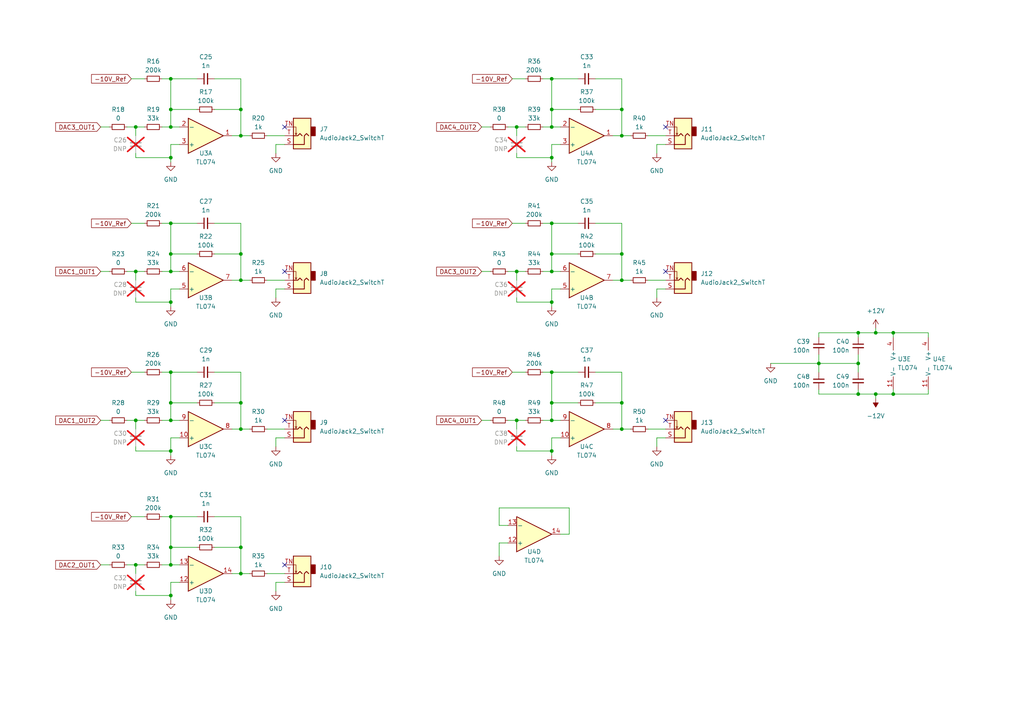
<source format=kicad_sch>
(kicad_sch (version 20230121) (generator eeschema)
  (paper "A4")
  (title_block (title "STM32 Analog Breakout") (date "2024-01-17") (rev "A"))
  (lib_symbols
    (symbol "Amplifier_Operational:TL074" (pin_names (offset 0.127))
      (property "Reference" "U" (at 0 5.08 0))
      (property "Value" "TL074" (at 0 -5.08 0))
      (symbol "TL074_1_1"
        (polyline (pts (xy -5.08 5.08) (xy 5.08 0) (xy -5.08 -5.08) (xy -5.08 5.08)) (stroke (width 0.254)) (fill (type background)))
        (pin output line (at 7.62 0 180) (length 2.54) (name "~") (number "1"))
        (pin input line (at -7.62 -2.54 0) (length 2.54) (name "-") (number "2"))
        (pin input line (at -7.62 2.54 0) (length 2.54) (name "+") (number "3"))
      )
      (symbol "TL074_2_1"
        (polyline (pts (xy -5.08 5.08) (xy 5.08 0) (xy -5.08 -5.08) (xy -5.08 5.08)) (stroke (width 0.254)) (fill (type background)))
        (pin input line (at -7.62 2.54 0) (length 2.54) (name "+") (number "5"))
        (pin input line (at -7.62 -2.54 0) (length 2.54) (name "-") (number "6"))
        (pin output line (at 7.62 0 180) (length 2.54) (name "~") (number "7"))
      )
      (symbol "TL074_3_1"
        (polyline (pts (xy -5.08 5.08) (xy 5.08 0) (xy -5.08 -5.08) (xy -5.08 5.08)) (stroke (width 0.254)) (fill (type background)))
        (pin input line (at -7.62 2.54 0) (length 2.54) (name "+") (number "10"))
        (pin output line (at 7.62 0 180) (length 2.54) (name "~") (number "8"))
        (pin input line (at -7.62 -2.54 0) (length 2.54) (name "-") (number "9"))
      )
      (symbol "TL074_4_1"
        (polyline (pts (xy -5.08 5.08) (xy 5.08 0) (xy -5.08 -5.08) (xy -5.08 5.08)) (stroke (width 0.254)) (fill (type background)))
        (pin input line (at -7.62 2.54 0) (length 2.54) (name "+") (number "12"))
        (pin input line (at -7.62 -2.54 0) (length 2.54) (name "-") (number "13"))
        (pin output line (at 7.62 0 180) (length 2.54) (name "~") (number "14"))
      )
      (symbol "TL074_5_1"
        (pin power_in line (at -2.54 -7.62 90) (length 3.81) (name "V-") (number "11"))
        (pin power_in line (at -2.54 7.62 270) (length 3.81) (name "V+") (number "4"))
      )
    )
    (symbol "Connector_Audio:AudioJack2_SwitchT"
      (property "Reference" "J" (at 0 8.89 0))
      (property "Value" "AudioJack2_SwitchT" (at 0 6.35 0))
      (symbol "AudioJack2_SwitchT_0_1"
        (rectangle (start -2.54 0) (end -3.81 -2.54) (stroke (width 0.254)) (fill (type outline)))
        (polyline (pts (xy 1.778 -0.254) (xy 2.032 -0.762)))
        (polyline (pts (xy 0 0) (xy 0.635 -0.635) (xy 1.27 0) (xy 2.54 0)) (stroke (width 0.254)))
        (polyline (pts (xy 2.54 -2.54) (xy 1.778 -2.54) (xy 1.778 -0.254) (xy 1.524 -0.762)))
        (polyline (pts (xy 2.54 2.54) (xy -0.635 2.54) (xy -0.635 0) (xy -1.27 -0.635) (xy -1.905 0)) (stroke (width 0.254)))
        (rectangle (start 2.54 3.81) (end -2.54 -5.08) (stroke (width 0.254)) (fill (type background)))
      )
      (symbol "AudioJack2_SwitchT_1_1"
        (pin passive line (at 5.08 2.54 180) (length 2.54) (name "~") (number "S"))
        (pin passive line (at 5.08 0 180) (length 2.54) (name "~") (number "T"))
        (pin passive line (at 5.08 -2.54 180) (length 2.54) (name "~") (number "TN"))
      )
    )
    (symbol "Device:C_Small" (pin_numbers hide) (pin_names (offset 0.254) hide)
      (property "Reference" "C" (at 0.254 1.778 0))
      (property "Value" "C_Small" (at 0.254 -2.032 0))
      (symbol "C_Small_0_1"
        (polyline (pts (xy -1.524 -0.508) (xy 1.524 -0.508)) (stroke (width 0.3302)))
        (polyline (pts (xy -1.524 0.508) (xy 1.524 0.508)) (stroke (width 0.3048)))
      )
      (symbol "C_Small_1_1"
        (pin passive line (at 0 2.54 270) (length 2.032) (name "~") (number "1"))
        (pin passive line (at 0 -2.54 90) (length 2.032) (name "~") (number "2"))
      )
    )
    (symbol "Device:R_Small" (pin_numbers hide) (pin_names (offset 0.254) hide)
      (property "Reference" "R" (at 0.762 0.508 0))
      (property "Value" "R_Small" (at 0.762 -1.016 0))
      (symbol "R_Small_0_1"
        (rectangle (start -0.762 1.778) (end 0.762 -1.778) (stroke (width 0.2032)))
      )
      (symbol "R_Small_1_1"
        (pin passive line (at 0 2.54 270) (length 0.762) (name "~") (number "1"))
        (pin passive line (at 0 -2.54 90) (length 0.762) (name "~") (number "2"))
      )
    )
    (symbol "power:+12V" (power) (pin_names (offset 0))
      (property "Value" "+12V" (at 0 3.556 0))
      (symbol "+12V_0_1"
        (polyline (pts (xy -0.762 1.27) (xy 0 2.54)))
        (polyline (pts (xy 0 0) (xy 0 2.54)))
        (polyline (pts (xy 0 2.54) (xy 0.762 1.27)))
      )
      (symbol "+12V_1_1"
        (pin power_in line (at 0 0 90) (length 0) hide (name "+12V") (number "1"))
      )
    )
    (symbol "power:-12V" (power) (pin_names (offset 0))
      (property "Value" "-12V" (at 0 3.81 0))
      (symbol "-12V_0_0"
        (pin power_in line (at 0 0 90) (length 0) hide (name "-12V") (number "1"))
      )
      (symbol "-12V_0_1"
        (polyline (pts (xy 0 0) (xy 0 1.27) (xy 0.762 1.27) (xy 0 2.54) (xy -0.762 1.27) (xy 0 1.27)) (fill (type outline)))
      )
    )
    (symbol "power:GND" (power) (pin_names (offset 0))
      (property "Value" "GND" (at 0 -3.81 0))
      (symbol "GND_0_1"
        (polyline (pts (xy 0 0) (xy 0 -1.27) (xy 1.27 -1.27) (xy 0 -2.54) (xy -1.27 -1.27) (xy 0 -1.27)))
      )
      (symbol "GND_1_1"
        (pin power_in line (at 0 0 270) (length 0) hide (name "GND") (number "1"))
      )
    )
  )
  (junction (at 49.53 121.92))
  (junction (at 69.85 166.37))
  (junction (at 180.34 81.28))
  (junction (at 49.53 172.72))
  (junction (at 160.02 87.63))
  (junction (at 49.53 36.83))
  (junction (at 248.92 114.3))
  (junction (at 149.86 121.92))
  (junction (at 254 114.3))
  (junction (at 49.53 107.95))
  (junction (at 49.53 87.63))
  (junction (at 69.85 116.84))
  (junction (at 160.02 64.77))
  (junction (at 248.92 105.41))
  (junction (at 49.53 64.77))
  (junction (at 180.34 124.46))
  (junction (at 49.53 158.75))
  (junction (at 160.02 121.92))
  (junction (at 259.08 96.52))
  (junction (at 180.34 39.37))
  (junction (at 69.85 158.75))
  (junction (at 160.02 31.75))
  (junction (at 248.92 96.52))
  (junction (at 49.53 73.66))
  (junction (at 160.02 45.72))
  (junction (at 49.53 78.74))
  (junction (at 259.08 114.3))
  (junction (at 49.53 149.86))
  (junction (at 39.37 163.83))
  (junction (at 180.34 116.84))
  (junction (at 39.37 121.92))
  (junction (at 180.34 31.75))
  (junction (at 160.02 78.74))
  (junction (at 39.37 78.74))
  (junction (at 149.86 36.83))
  (junction (at 237.49 105.41))
  (junction (at 149.86 78.74))
  (junction (at 39.37 36.83))
  (junction (at 69.85 39.37))
  (junction (at 160.02 22.86))
  (junction (at 69.85 124.46))
  (junction (at 69.85 73.66))
  (junction (at 49.53 116.84))
  (junction (at 160.02 36.83))
  (junction (at 160.02 73.66))
  (junction (at 254 96.52))
  (junction (at 180.34 73.66))
  (junction (at 160.02 107.95))
  (junction (at 49.53 45.72))
  (junction (at 160.02 116.84))
  (junction (at 49.53 22.86))
  (junction (at 160.02 130.81))
  (junction (at 49.53 163.83))
  (junction (at 49.53 31.75))
  (junction (at 69.85 81.28))
  (junction (at 49.53 130.81))
  (junction (at 69.85 31.75))
  (no_connect (at 82.55 78.74))
  (no_connect (at 193.04 36.83))
  (no_connect (at 82.55 163.83))
  (no_connect (at 193.04 78.74))
  (no_connect (at 82.55 36.83))
  (no_connect (at 82.55 121.92))
  (no_connect (at 193.04 121.92))
  (wire (pts (xy 36.83 163.83) (xy 39.37 163.83)))
  (wire (pts (xy 39.37 130.81) (xy 49.53 130.81)))
  (wire (pts (xy 36.83 36.83) (xy 39.37 36.83)))
  (wire (pts (xy 149.86 87.63) (xy 160.02 87.63)))
  (wire (pts (xy 57.15 149.86) (xy 49.53 149.86)))
  (wire (pts (xy 49.53 107.95) (xy 49.53 116.84)))
  (wire (pts (xy 269.24 97.79) (xy 269.24 96.52)))
  (wire (pts (xy 172.72 107.95) (xy 180.34 107.95)))
  (wire (pts (xy 57.15 22.86) (xy 49.53 22.86)))
  (wire (pts (xy 147.32 157.48) (xy 144.78 157.48)))
  (wire (pts (xy 49.53 116.84) (xy 49.53 121.92)))
  (wire (pts (xy 254 95.25) (xy 254 96.52)))
  (wire (pts (xy 69.85 166.37) (xy 67.31 166.37)))
  (wire (pts (xy 237.49 97.79) (xy 237.49 96.52)))
  (wire (pts (xy 39.37 130.81) (xy 39.37 129.54)))
  (wire (pts (xy 46.99 64.77) (xy 49.53 64.77)))
  (wire (pts (xy 149.86 121.92) (xy 149.86 124.46)))
  (wire (pts (xy 49.53 83.82) (xy 49.53 87.63)))
  (wire (pts (xy 62.23 158.75) (xy 69.85 158.75)))
  (wire (pts (xy 269.24 114.3) (xy 259.08 114.3)))
  (wire (pts (xy 160.02 41.91) (xy 162.56 41.91)))
  (wire (pts (xy 248.92 113.03) (xy 248.92 114.3)))
  (wire (pts (xy 269.24 113.03) (xy 269.24 114.3)))
  (wire (pts (xy 62.23 149.86) (xy 69.85 149.86)))
  (wire (pts (xy 39.37 87.63) (xy 39.37 86.36)))
  (wire (pts (xy 187.96 39.37) (xy 193.04 39.37)))
  (wire (pts (xy 46.99 78.74) (xy 49.53 78.74)))
  (wire (pts (xy 69.85 39.37) (xy 72.39 39.37)))
  (wire (pts (xy 180.34 116.84) (xy 180.34 124.46)))
  (wire (pts (xy 38.1 149.86) (xy 41.91 149.86)))
  (wire (pts (xy 237.49 105.41) (xy 248.92 105.41)))
  (wire (pts (xy 167.64 22.86) (xy 160.02 22.86)))
  (wire (pts (xy 39.37 78.74) (xy 39.37 81.28)))
  (wire (pts (xy 160.02 36.83) (xy 162.56 36.83)))
  (wire (pts (xy 148.59 64.77) (xy 152.4 64.77)))
  (wire (pts (xy 36.83 78.74) (xy 39.37 78.74)))
  (wire (pts (xy 147.32 36.83) (xy 149.86 36.83)))
  (wire (pts (xy 157.48 121.92) (xy 160.02 121.92)))
  (wire (pts (xy 49.53 78.74) (xy 52.07 78.74)))
  (wire (pts (xy 160.02 78.74) (xy 162.56 78.74)))
  (wire (pts (xy 160.02 88.9) (xy 160.02 87.63)))
  (wire (pts (xy 49.53 163.83) (xy 52.07 163.83)))
  (wire (pts (xy 147.32 152.4) (xy 144.78 152.4)))
  (wire (pts (xy 69.85 158.75) (xy 69.85 166.37)))
  (wire (pts (xy 149.86 78.74) (xy 152.4 78.74)))
  (wire (pts (xy 160.02 83.82) (xy 162.56 83.82)))
  (wire (pts (xy 180.34 124.46) (xy 182.88 124.46)))
  (wire (pts (xy 39.37 121.92) (xy 39.37 124.46)))
  (wire (pts (xy 190.5 127) (xy 190.5 129.54)))
  (wire (pts (xy 49.53 168.91) (xy 52.07 168.91)))
  (wire (pts (xy 80.01 83.82) (xy 80.01 86.36)))
  (wire (pts (xy 180.34 73.66) (xy 180.34 81.28)))
  (wire (pts (xy 248.92 105.41) (xy 248.92 107.95)))
  (wire (pts (xy 139.7 121.92) (xy 142.24 121.92)))
  (wire (pts (xy 160.02 127) (xy 160.02 130.81)))
  (wire (pts (xy 248.92 96.52) (xy 254 96.52)))
  (wire (pts (xy 149.86 87.63) (xy 149.86 86.36)))
  (wire (pts (xy 144.78 152.4) (xy 144.78 147.32)))
  (wire (pts (xy 187.96 124.46) (xy 193.04 124.46)))
  (wire (pts (xy 149.86 36.83) (xy 149.86 39.37)))
  (wire (pts (xy 69.85 107.95) (xy 69.85 116.84)))
  (wire (pts (xy 46.99 121.92) (xy 49.53 121.92)))
  (wire (pts (xy 69.85 31.75) (xy 69.85 39.37)))
  (wire (pts (xy 82.55 127) (xy 80.01 127)))
  (wire (pts (xy 39.37 163.83) (xy 41.91 163.83)))
  (wire (pts (xy 180.34 107.95) (xy 180.34 116.84)))
  (wire (pts (xy 149.86 121.92) (xy 152.4 121.92)))
  (wire (pts (xy 82.55 168.91) (xy 80.01 168.91)))
  (wire (pts (xy 172.72 22.86) (xy 180.34 22.86)))
  (wire (pts (xy 160.02 41.91) (xy 160.02 45.72)))
  (wire (pts (xy 160.02 73.66) (xy 160.02 78.74)))
  (wire (pts (xy 39.37 163.83) (xy 39.37 166.37)))
  (wire (pts (xy 57.15 158.75) (xy 49.53 158.75)))
  (wire (pts (xy 149.86 78.74) (xy 149.86 81.28)))
  (wire (pts (xy 144.78 157.48) (xy 144.78 161.29)))
  (wire (pts (xy 172.72 31.75) (xy 180.34 31.75)))
  (wire (pts (xy 49.53 127) (xy 52.07 127)))
  (wire (pts (xy 180.34 81.28) (xy 182.88 81.28)))
  (wire (pts (xy 190.5 83.82) (xy 190.5 86.36)))
  (wire (pts (xy 46.99 36.83) (xy 49.53 36.83)))
  (wire (pts (xy 157.48 64.77) (xy 160.02 64.77)))
  (wire (pts (xy 69.85 116.84) (xy 69.85 124.46)))
  (wire (pts (xy 160.02 121.92) (xy 162.56 121.92)))
  (wire (pts (xy 149.86 130.81) (xy 160.02 130.81)))
  (wire (pts (xy 160.02 83.82) (xy 160.02 87.63)))
  (wire (pts (xy 49.53 31.75) (xy 49.53 36.83)))
  (wire (pts (xy 46.99 163.83) (xy 49.53 163.83)))
  (wire (pts (xy 77.47 166.37) (xy 82.55 166.37)))
  (wire (pts (xy 62.23 73.66) (xy 69.85 73.66)))
  (wire (pts (xy 148.59 107.95) (xy 152.4 107.95)))
  (wire (pts (xy 193.04 83.82) (xy 190.5 83.82)))
  (wire (pts (xy 29.21 121.92) (xy 31.75 121.92)))
  (wire (pts (xy 29.21 78.74) (xy 31.75 78.74)))
  (wire (pts (xy 39.37 78.74) (xy 41.91 78.74)))
  (wire (pts (xy 69.85 124.46) (xy 72.39 124.46)))
  (wire (pts (xy 49.53 88.9) (xy 49.53 87.63)))
  (wire (pts (xy 187.96 81.28) (xy 193.04 81.28)))
  (wire (pts (xy 193.04 41.91) (xy 190.5 41.91)))
  (wire (pts (xy 237.49 96.52) (xy 248.92 96.52)))
  (wire (pts (xy 38.1 107.95) (xy 41.91 107.95)))
  (wire (pts (xy 237.49 105.41) (xy 237.49 107.95)))
  (wire (pts (xy 82.55 41.91) (xy 80.01 41.91)))
  (wire (pts (xy 160.02 64.77) (xy 160.02 73.66)))
  (wire (pts (xy 39.37 87.63) (xy 49.53 87.63)))
  (wire (pts (xy 167.64 64.77) (xy 160.02 64.77)))
  (wire (pts (xy 180.34 22.86) (xy 180.34 31.75)))
  (wire (pts (xy 165.1 154.94) (xy 162.56 154.94)))
  (wire (pts (xy 57.15 31.75) (xy 49.53 31.75)))
  (wire (pts (xy 49.53 64.77) (xy 49.53 73.66)))
  (wire (pts (xy 39.37 45.72) (xy 49.53 45.72)))
  (wire (pts (xy 80.01 41.91) (xy 80.01 44.45)))
  (wire (pts (xy 69.85 81.28) (xy 72.39 81.28)))
  (wire (pts (xy 49.53 83.82) (xy 52.07 83.82)))
  (wire (pts (xy 49.53 73.66) (xy 49.53 78.74)))
  (wire (pts (xy 62.23 116.84) (xy 69.85 116.84)))
  (wire (pts (xy 39.37 121.92) (xy 41.91 121.92)))
  (wire (pts (xy 147.32 78.74) (xy 149.86 78.74)))
  (wire (pts (xy 80.01 127) (xy 80.01 129.54)))
  (wire (pts (xy 254 114.3) (xy 254 115.57)))
  (wire (pts (xy 237.49 114.3) (xy 248.92 114.3)))
  (wire (pts (xy 190.5 41.91) (xy 190.5 44.45)))
  (wire (pts (xy 38.1 64.77) (xy 41.91 64.77)))
  (wire (pts (xy 157.48 36.83) (xy 160.02 36.83)))
  (wire (pts (xy 149.86 130.81) (xy 149.86 129.54)))
  (wire (pts (xy 39.37 172.72) (xy 49.53 172.72)))
  (wire (pts (xy 237.49 113.03) (xy 237.49 114.3)))
  (wire (pts (xy 172.72 73.66) (xy 180.34 73.66)))
  (wire (pts (xy 46.99 107.95) (xy 49.53 107.95)))
  (wire (pts (xy 167.64 73.66) (xy 160.02 73.66)))
  (wire (pts (xy 160.02 107.95) (xy 160.02 116.84)))
  (wire (pts (xy 62.23 22.86) (xy 69.85 22.86)))
  (wire (pts (xy 69.85 39.37) (xy 67.31 39.37)))
  (wire (pts (xy 49.53 121.92) (xy 52.07 121.92)))
  (wire (pts (xy 180.34 39.37) (xy 177.8 39.37)))
  (wire (pts (xy 49.53 132.08) (xy 49.53 130.81)))
  (wire (pts (xy 57.15 73.66) (xy 49.53 73.66)))
  (wire (pts (xy 157.48 22.86) (xy 160.02 22.86)))
  (wire (pts (xy 248.92 102.87) (xy 248.92 105.41)))
  (wire (pts (xy 49.53 149.86) (xy 49.53 158.75)))
  (wire (pts (xy 69.85 149.86) (xy 69.85 158.75)))
  (wire (pts (xy 160.02 31.75) (xy 160.02 36.83)))
  (wire (pts (xy 49.53 46.99) (xy 49.53 45.72)))
  (wire (pts (xy 254 114.3) (xy 259.08 114.3)))
  (wire (pts (xy 49.53 22.86) (xy 49.53 31.75)))
  (wire (pts (xy 180.34 124.46) (xy 177.8 124.46)))
  (wire (pts (xy 46.99 149.86) (xy 49.53 149.86)))
  (wire (pts (xy 62.23 64.77) (xy 69.85 64.77)))
  (wire (pts (xy 77.47 124.46) (xy 82.55 124.46)))
  (wire (pts (xy 269.24 96.52) (xy 259.08 96.52)))
  (wire (pts (xy 29.21 36.83) (xy 31.75 36.83)))
  (wire (pts (xy 39.37 36.83) (xy 39.37 39.37)))
  (wire (pts (xy 49.53 168.91) (xy 49.53 172.72)))
  (wire (pts (xy 180.34 31.75) (xy 180.34 39.37)))
  (wire (pts (xy 77.47 81.28) (xy 82.55 81.28)))
  (wire (pts (xy 149.86 36.83) (xy 152.4 36.83)))
  (wire (pts (xy 36.83 121.92) (xy 39.37 121.92)))
  (wire (pts (xy 69.85 124.46) (xy 67.31 124.46)))
  (wire (pts (xy 172.72 116.84) (xy 180.34 116.84)))
  (wire (pts (xy 180.34 81.28) (xy 177.8 81.28)))
  (wire (pts (xy 139.7 36.83) (xy 142.24 36.83)))
  (wire (pts (xy 160.02 22.86) (xy 160.02 31.75)))
  (wire (pts (xy 69.85 64.77) (xy 69.85 73.66)))
  (wire (pts (xy 180.34 39.37) (xy 182.88 39.37)))
  (wire (pts (xy 259.08 96.52) (xy 259.08 97.79)))
  (wire (pts (xy 147.32 121.92) (xy 149.86 121.92)))
  (wire (pts (xy 80.01 168.91) (xy 80.01 171.45)))
  (wire (pts (xy 237.49 102.87) (xy 237.49 105.41)))
  (wire (pts (xy 29.21 163.83) (xy 31.75 163.83)))
  (wire (pts (xy 139.7 78.74) (xy 142.24 78.74)))
  (wire (pts (xy 167.64 116.84) (xy 160.02 116.84)))
  (wire (pts (xy 62.23 107.95) (xy 69.85 107.95)))
  (wire (pts (xy 172.72 64.77) (xy 180.34 64.77)))
  (wire (pts (xy 160.02 46.99) (xy 160.02 45.72)))
  (wire (pts (xy 69.85 166.37) (xy 72.39 166.37)))
  (wire (pts (xy 248.92 97.79) (xy 248.92 96.52)))
  (wire (pts (xy 167.64 107.95) (xy 160.02 107.95)))
  (wire (pts (xy 39.37 45.72) (xy 39.37 44.45)))
  (wire (pts (xy 49.53 41.91) (xy 49.53 45.72)))
  (wire (pts (xy 157.48 78.74) (xy 160.02 78.74)))
  (wire (pts (xy 57.15 116.84) (xy 49.53 116.84)))
  (wire (pts (xy 49.53 127) (xy 49.53 130.81)))
  (wire (pts (xy 148.59 22.86) (xy 152.4 22.86)))
  (wire (pts (xy 223.52 105.41) (xy 237.49 105.41)))
  (wire (pts (xy 69.85 73.66) (xy 69.85 81.28)))
  (wire (pts (xy 49.53 173.99) (xy 49.53 172.72)))
  (wire (pts (xy 165.1 147.32) (xy 165.1 154.94)))
  (wire (pts (xy 39.37 172.72) (xy 39.37 171.45)))
  (wire (pts (xy 254 96.52) (xy 259.08 96.52)))
  (wire (pts (xy 69.85 22.86) (xy 69.85 31.75)))
  (wire (pts (xy 160.02 132.08) (xy 160.02 130.81)))
  (wire (pts (xy 82.55 83.82) (xy 80.01 83.82)))
  (wire (pts (xy 69.85 81.28) (xy 67.31 81.28)))
  (wire (pts (xy 193.04 127) (xy 190.5 127)))
  (wire (pts (xy 39.37 36.83) (xy 41.91 36.83)))
  (wire (pts (xy 62.23 31.75) (xy 69.85 31.75)))
  (wire (pts (xy 248.92 114.3) (xy 254 114.3)))
  (wire (pts (xy 49.53 36.83) (xy 52.07 36.83)))
  (wire (pts (xy 157.48 107.95) (xy 160.02 107.95)))
  (wire (pts (xy 57.15 64.77) (xy 49.53 64.77)))
  (wire (pts (xy 149.86 45.72) (xy 160.02 45.72)))
  (wire (pts (xy 180.34 64.77) (xy 180.34 73.66)))
  (wire (pts (xy 149.86 45.72) (xy 149.86 44.45)))
  (wire (pts (xy 144.78 147.32) (xy 165.1 147.32)))
  (wire (pts (xy 167.64 31.75) (xy 160.02 31.75)))
  (wire (pts (xy 259.08 113.03) (xy 259.08 114.3)))
  (wire (pts (xy 160.02 116.84) (xy 160.02 121.92)))
  (wire (pts (xy 49.53 41.91) (xy 52.07 41.91)))
  (wire (pts (xy 38.1 22.86) (xy 41.91 22.86)))
  (wire (pts (xy 46.99 22.86) (xy 49.53 22.86)))
  (wire (pts (xy 49.53 158.75) (xy 49.53 163.83)))
  (wire (pts (xy 77.47 39.37) (xy 82.55 39.37)))
  (wire (pts (xy 160.02 127) (xy 162.56 127)))
  (wire (pts (xy 57.15 107.95) (xy 49.53 107.95)))
  (global_label "-10V_Ref" (shape input) (at 148.59 107.95 180) (property "Intersheetrefs" "${INTERSHEET_REFS}" (effects hide)))
  (global_label "DAC1_OUT2" (shape input) (at 29.21 121.92 180) (property "Intersheetrefs" "${INTERSHEET_REFS}" (effects hide)))
  (global_label "-10V_Ref" (shape input) (at 38.1 64.77 180) (property "Intersheetrefs" "${INTERSHEET_REFS}" (effects hide)))
  (global_label "DAC4_OUT1" (shape input) (at 139.7 121.92 180) (property "Intersheetrefs" "${INTERSHEET_REFS}" (effects hide)))
  (global_label "DAC1_OUT1" (shape input) (at 29.21 78.74 180) (property "Intersheetrefs" "${INTERSHEET_REFS}" (effects hide)))
  (global_label "DAC4_OUT2" (shape input) (at 139.7 36.83 180) (property "Intersheetrefs" "${INTERSHEET_REFS}" (effects hide)))
  (global_label "DAC3_OUT2" (shape input) (at 139.7 78.74 180) (property "Intersheetrefs" "${INTERSHEET_REFS}" (effects hide)))
  (global_label "-10V_Ref" (shape input) (at 38.1 149.86 180) (property "Intersheetrefs" "${INTERSHEET_REFS}" (effects hide)))
  (global_label "-10V_Ref" (shape input) (at 38.1 22.86 180) (property "Intersheetrefs" "${INTERSHEET_REFS}" (effects hide)))
  (global_label "DAC3_OUT1" (shape input) (at 29.21 36.83 180) (property "Intersheetrefs" "${INTERSHEET_REFS}" (effects hide)))
  (global_label "-10V_Ref" (shape input) (at 148.59 64.77 180) (property "Intersheetrefs" "${INTERSHEET_REFS}" (effects hide)))
  (global_label "-10V_Ref" (shape input) (at 38.1 107.95 180) (property "Intersheetrefs" "${INTERSHEET_REFS}" (effects hide)))
  (global_label "DAC2_OUT1" (shape input) (at 29.21 163.83 180) (property "Intersheetrefs" "${INTERSHEET_REFS}" (effects hide)))
  (global_label "-10V_Ref" (shape input) (at 148.59 22.86 180) (property "Intersheetrefs" "${INTERSHEET_REFS}" (effects hide)))
  (symbol (lib_id "Device:R_Small") (at 34.29 163.83 270) (mirror x) (unit 1)
    (property "Reference" "R33" (at 34.29 158.75 90))
    (property "Value" "0" (at 34.29 161.29 90))
    (property "Footprint" "Resistor_SMD:R_0805_2012Metric_Pad1.20x1.40mm_HandSolder" (effects hide))
  )
  (symbol (lib_id "power:GND") (at 190.5 44.45 0) (mirror y) (unit 1)
    (property "Reference" "#PWR0162" (effects hide))
    (property "Value" "GND" (at 190.5 49.53 0))
  )
  (symbol (lib_id "Device:R_Small") (at 44.45 149.86 270) (mirror x) (unit 1)
    (property "Reference" "R31" (at 44.45 144.78 90))
    (property "Value" "200k" (at 44.45 147.32 90))
    (property "Footprint" "Resistor_SMD:R_0805_2012Metric_Pad1.20x1.40mm_HandSolder" (effects hide))
  )
  (symbol (lib_id "Device:R_Small") (at 154.94 36.83 270) (mirror x) (unit 1)
    (property "Reference" "R39" (at 154.94 31.75 90))
    (property "Value" "33k" (at 154.94 34.29 90))
    (property "Footprint" "Resistor_SMD:R_0805_2012Metric_Pad1.20x1.40mm_HandSolder" (effects hide))
  )
  (symbol (lib_id "Amplifier_Operational:TL074") (at 170.18 124.46 0) (mirror x) (unit 3)
    (property "Reference" "U4" (at 170.18 129.54 0))
    (property "Value" "TL074" (at 170.18 132.08 0))
    (property "Footprint" "Package_SO:SOIC-14_3.9x8.7mm_P1.27mm" (effects hide))
    (property "Datasheet" "http://www.ti.com/lit/ds/symlink/tl071.pdf" (effects hide))
  )
  (symbol (lib_id "Device:C_Small") (at 39.37 168.91 0) (mirror x) (unit 1) (dnp yes)
    (property "Reference" "C32" (at 36.83 167.6336 0) (effects (justify right)))
    (property "Value" "DNP" (at 36.83 170.1736 0) (effects (justify right)))
    (property "Footprint" "Capacitor_SMD:C_0805_2012Metric_Pad1.18x1.45mm_HandSolder" (effects hide))
  )
  (symbol (lib_id "Device:C_Small") (at 237.49 100.33 0) (mirror y) (unit 1)
    (property "Reference" "C39" (at 234.95 99.0663 0) (effects (justify left)))
    (property "Value" "100n" (at 234.95 101.6063 0) (effects (justify left)))
    (property "Footprint" "Capacitor_SMD:C_0805_2012Metric_Pad1.18x1.45mm_HandSolder" (effects hide))
  )
  (symbol (lib_id "Device:R_Small") (at 44.45 107.95 270) (mirror x) (unit 1)
    (property "Reference" "R26" (at 44.45 102.87 90))
    (property "Value" "200k" (at 44.45 105.41 90))
    (property "Footprint" "Resistor_SMD:R_0805_2012Metric_Pad1.20x1.40mm_HandSolder" (effects hide))
  )
  (symbol (lib_id "Device:R_Small") (at 44.45 36.83 270) (mirror x) (unit 1)
    (property "Reference" "R19" (at 44.45 31.75 90))
    (property "Value" "33k" (at 44.45 34.29 90))
    (property "Footprint" "Resistor_SMD:R_0805_2012Metric_Pad1.20x1.40mm_HandSolder" (effects hide))
  )
  (symbol (lib_id "Connector_Audio:AudioJack2_SwitchT") (at 87.63 166.37 180) (unit 1)
    (property "Reference" "J10" (at 92.71 164.465 0) (effects (justify right)))
    (property "Value" "AudioJack2_SwitchT" (at 92.71 167.005 0) (effects (justify right)))
    (property "Footprint" "davidstalnaker:Jack_3.5mm_Thonkiconn_Tight" (effects hide))
  )
  (symbol (lib_id "Device:R_Small") (at 154.94 121.92 270) (mirror x) (unit 1)
    (property "Reference" "R49" (at 154.94 116.84 90))
    (property "Value" "33k" (at 154.94 119.38 90))
    (property "Footprint" "Resistor_SMD:R_0805_2012Metric_Pad1.20x1.40mm_HandSolder" (effects hide))
  )
  (symbol (lib_id "Connector_Audio:AudioJack2_SwitchT") (at 87.63 39.37 180) (unit 1)
    (property "Reference" "J7" (at 92.71 37.465 0) (effects (justify right)))
    (property "Value" "AudioJack2_SwitchT" (at 92.71 40.005 0) (effects (justify right)))
    (property "Footprint" "davidstalnaker:Jack_3.5mm_Thonkiconn_Tight" (effects hide))
  )
  (symbol (lib_id "Amplifier_Operational:TL074") (at 59.69 81.28 0) (mirror x) (unit 2)
    (property "Reference" "U3" (at 59.69 86.36 0))
    (property "Value" "TL074" (at 59.69 88.9 0))
    (property "Footprint" "Package_SO:SOIC-14_3.9x8.7mm_P1.27mm" (effects hide))
    (property "Datasheet" "http://www.ti.com/lit/ds/symlink/tl071.pdf" (effects hide))
  )
  (symbol (lib_id "Device:R_Small") (at 34.29 121.92 270) (mirror x) (unit 1)
    (property "Reference" "R28" (at 34.29 116.84 90))
    (property "Value" "0" (at 34.29 119.38 90))
    (property "Footprint" "Resistor_SMD:R_0805_2012Metric_Pad1.20x1.40mm_HandSolder" (effects hide))
  )
  (symbol (lib_id "Device:C_Small") (at 59.69 22.86 90) (unit 1)
    (property "Reference" "C25" (at 59.6963 16.51 90))
    (property "Value" "1n" (at 59.6963 19.05 90))
    (property "Footprint" "Capacitor_SMD:C_0805_2012Metric_Pad1.18x1.45mm_HandSolder" (effects hide))
  )
  (symbol (lib_id "power:GND") (at 223.52 105.41 0) (unit 1)
    (property "Reference" "#PWR03" (effects hide))
    (property "Value" "GND" (at 223.52 110.49 0))
  )
  (symbol (lib_id "Device:R_Small") (at 74.93 166.37 270) (mirror x) (unit 1)
    (property "Reference" "R35" (at 74.93 161.29 90))
    (property "Value" "1k" (at 74.93 163.83 90))
    (property "Footprint" "Resistor_SMD:R_0805_2012Metric_Pad1.20x1.40mm_HandSolder" (effects hide))
  )
  (symbol (lib_id "Connector_Audio:AudioJack2_SwitchT") (at 87.63 124.46 180) (unit 1)
    (property "Reference" "J9" (at 92.71 122.555 0) (effects (justify right)))
    (property "Value" "AudioJack2_SwitchT" (at 92.71 125.095 0) (effects (justify right)))
    (property "Footprint" "davidstalnaker:Jack_3.5mm_Thonkiconn_Tight" (effects hide))
  )
  (symbol (lib_id "Device:R_Small") (at 170.18 31.75 270) (mirror x) (unit 1)
    (property "Reference" "R37" (at 170.18 26.67 90))
    (property "Value" "100k" (at 170.18 29.21 90))
    (property "Footprint" "Resistor_SMD:R_0805_2012Metric_Pad1.20x1.40mm_HandSolder" (effects hide))
  )
  (symbol (lib_id "power:GND") (at 190.5 129.54 0) (mirror y) (unit 1)
    (property "Reference" "#PWR0174" (effects hide))
    (property "Value" "GND" (at 190.5 134.62 0))
  )
  (symbol (lib_id "Device:C_Small") (at 237.49 110.49 0) (mirror y) (unit 1)
    (property "Reference" "C48" (at 234.95 109.2263 0) (effects (justify left)))
    (property "Value" "100n" (at 234.95 111.7663 0) (effects (justify left)))
    (property "Footprint" "Capacitor_SMD:C_0805_2012Metric_Pad1.18x1.45mm_HandSolder" (effects hide))
  )
  (symbol (lib_id "power:GND") (at 80.01 171.45 0) (mirror y) (unit 1)
    (property "Reference" "#PWR0160" (effects hide))
    (property "Value" "GND" (at 80.01 176.53 0))
  )
  (symbol (lib_id "Device:R_Small") (at 154.94 22.86 270) (mirror x) (unit 1)
    (property "Reference" "R36" (at 154.94 17.78 90))
    (property "Value" "200k" (at 154.94 20.32 90))
    (property "Footprint" "Resistor_SMD:R_0805_2012Metric_Pad1.20x1.40mm_HandSolder" (effects hide))
  )
  (symbol (lib_id "power:GND") (at 160.02 46.99 0) (mirror y) (unit 1)
    (property "Reference" "#PWR0164" (effects hide))
    (property "Value" "GND" (at 160.02 52.07 0))
  )
  (symbol (lib_id "Amplifier_Operational:TL074") (at 59.69 166.37 0) (mirror x) (unit 4)
    (property "Reference" "U3" (at 59.69 171.45 0))
    (property "Value" "TL074" (at 59.69 173.99 0))
    (property "Footprint" "Package_SO:SOIC-14_3.9x8.7mm_P1.27mm" (effects hide))
    (property "Datasheet" "http://www.ti.com/lit/ds/symlink/tl071.pdf" (effects hide))
  )
  (symbol (lib_id "power:GND") (at 190.5 86.36 0) (mirror y) (unit 1)
    (property "Reference" "#PWR0173" (effects hide))
    (property "Value" "GND" (at 190.5 91.44 0))
  )
  (symbol (lib_id "Device:C_Small") (at 39.37 83.82 0) (mirror x) (unit 1) (dnp yes)
    (property "Reference" "C28" (at 36.83 82.5436 0) (effects (justify right)))
    (property "Value" "DNP" (at 36.83 85.0836 0) (effects (justify right)))
    (property "Footprint" "Capacitor_SMD:C_0805_2012Metric_Pad1.18x1.45mm_HandSolder" (effects hide))
  )
  (symbol (lib_id "Device:C_Small") (at 39.37 127 0) (mirror x) (unit 1) (dnp yes)
    (property "Reference" "C30" (at 36.83 125.7236 0) (effects (justify right)))
    (property "Value" "DNP" (at 36.83 128.2636 0) (effects (justify right)))
    (property "Footprint" "Capacitor_SMD:C_0805_2012Metric_Pad1.18x1.45mm_HandSolder" (effects hide))
  )
  (symbol (lib_id "Device:C_Small") (at 248.92 110.49 0) (mirror y) (unit 1)
    (property "Reference" "C49" (at 246.38 109.2263 0) (effects (justify left)))
    (property "Value" "100n" (at 246.38 111.7663 0) (effects (justify left)))
    (property "Footprint" "Capacitor_SMD:C_0805_2012Metric_Pad1.18x1.45mm_HandSolder" (effects hide))
  )
  (symbol (lib_id "power:GND") (at 49.53 132.08 0) (mirror y) (unit 1)
    (property "Reference" "#PWR0159" (effects hide))
    (property "Value" "GND" (at 49.53 137.16 0))
  )
  (symbol (lib_id "Device:R_Small") (at 74.93 39.37 270) (mirror x) (unit 1)
    (property "Reference" "R20" (at 74.93 34.29 90))
    (property "Value" "1k" (at 74.93 36.83 90))
    (property "Footprint" "Resistor_SMD:R_0805_2012Metric_Pad1.20x1.40mm_HandSolder" (effects hide))
  )
  (symbol (lib_id "power:GND") (at 49.53 46.99 0) (mirror y) (unit 1)
    (property "Reference" "#PWR0157" (effects hide))
    (property "Value" "GND" (at 49.53 52.07 0))
  )
  (symbol (lib_id "Amplifier_Operational:TL074") (at 170.18 39.37 0) (mirror x) (unit 1)
    (property "Reference" "U4" (at 170.18 44.45 0))
    (property "Value" "TL074" (at 170.18 46.99 0))
    (property "Footprint" "Package_SO:SOIC-14_3.9x8.7mm_P1.27mm" (effects hide))
    (property "Datasheet" "http://www.ti.com/lit/ds/symlink/tl071.pdf" (effects hide))
  )
  (symbol (lib_id "Device:C_Small") (at 59.69 64.77 90) (unit 1)
    (property "Reference" "C27" (at 59.6963 58.42 90))
    (property "Value" "1n" (at 59.6963 60.96 90))
    (property "Footprint" "Capacitor_SMD:C_0805_2012Metric_Pad1.18x1.45mm_HandSolder" (effects hide))
  )
  (symbol (lib_id "Device:C_Small") (at 149.86 127 0) (mirror x) (unit 1) (dnp yes)
    (property "Reference" "C38" (at 147.32 125.7236 0) (effects (justify right)))
    (property "Value" "DNP" (at 147.32 128.2636 0) (effects (justify right)))
    (property "Footprint" "Capacitor_SMD:C_0805_2012Metric_Pad1.18x1.45mm_HandSolder" (effects hide))
  )
  (symbol (lib_id "Device:R_Small") (at 74.93 81.28 270) (mirror x) (unit 1)
    (property "Reference" "R25" (at 74.93 76.2 90))
    (property "Value" "1k" (at 74.93 78.74 90))
    (property "Footprint" "Resistor_SMD:R_0805_2012Metric_Pad1.20x1.40mm_HandSolder" (effects hide))
  )
  (symbol (lib_id "power:GND") (at 80.01 86.36 0) (mirror y) (unit 1)
    (property "Reference" "#PWR0152" (effects hide))
    (property "Value" "GND" (at 80.01 91.44 0))
  )
  (symbol (lib_id "power:GND") (at 80.01 129.54 0) (mirror y) (unit 1)
    (property "Reference" "#PWR0161" (effects hide))
    (property "Value" "GND" (at 80.01 134.62 0))
  )
  (symbol (lib_id "Device:R_Small") (at 59.69 31.75 270) (mirror x) (unit 1)
    (property "Reference" "R17" (at 59.69 26.67 90))
    (property "Value" "100k" (at 59.69 29.21 90))
    (property "Footprint" "Resistor_SMD:R_0805_2012Metric_Pad1.20x1.40mm_HandSolder" (effects hide))
  )
  (symbol (lib_id "Device:R_Small") (at 59.69 158.75 270) (mirror x) (unit 1)
    (property "Reference" "R32" (at 59.69 153.67 90))
    (property "Value" "100k" (at 59.69 156.21 90))
    (property "Footprint" "Resistor_SMD:R_0805_2012Metric_Pad1.20x1.40mm_HandSolder" (effects hide))
  )
  (symbol (lib_id "Connector_Audio:AudioJack2_SwitchT") (at 198.12 124.46 180) (unit 1)
    (property "Reference" "J13" (at 203.2 122.555 0) (effects (justify right)))
    (property "Value" "AudioJack2_SwitchT" (at 203.2 125.095 0) (effects (justify right)))
    (property "Footprint" "davidstalnaker:Jack_3.5mm_Thonkiconn_Tight" (effects hide))
  )
  (symbol (lib_id "Device:C_Small") (at 39.37 41.91 0) (mirror x) (unit 1) (dnp yes)
    (property "Reference" "C26" (at 36.83 40.6336 0) (effects (justify right)))
    (property "Value" "DNP" (at 36.83 43.1736 0) (effects (justify right)))
    (property "Footprint" "Capacitor_SMD:C_0805_2012Metric_Pad1.18x1.45mm_HandSolder" (effects hide))
  )
  (symbol (lib_id "Device:C_Small") (at 170.18 22.86 90) (unit 1)
    (property "Reference" "C33" (at 170.1863 16.51 90))
    (property "Value" "1n" (at 170.1863 19.05 90))
    (property "Footprint" "Capacitor_SMD:C_0805_2012Metric_Pad1.18x1.45mm_HandSolder" (effects hide))
  )
  (symbol (lib_id "Device:C_Small") (at 170.18 107.95 90) (unit 1)
    (property "Reference" "C37" (at 170.1863 101.6 90))
    (property "Value" "1n" (at 170.1863 104.14 90))
    (property "Footprint" "Capacitor_SMD:C_0805_2012Metric_Pad1.18x1.45mm_HandSolder" (effects hide))
  )
  (symbol (lib_id "Device:C_Small") (at 170.18 64.77 90) (unit 1)
    (property "Reference" "C35" (at 170.1863 58.42 90))
    (property "Value" "1n" (at 170.1863 60.96 90))
    (property "Footprint" "Capacitor_SMD:C_0805_2012Metric_Pad1.18x1.45mm_HandSolder" (effects hide))
  )
  (symbol (lib_id "Device:R_Small") (at 44.45 121.92 270) (mirror x) (unit 1)
    (property "Reference" "R29" (at 44.45 116.84 90))
    (property "Value" "33k" (at 44.45 119.38 90))
    (property "Footprint" "Resistor_SMD:R_0805_2012Metric_Pad1.20x1.40mm_HandSolder" (effects hide))
  )
  (symbol (lib_id "Device:R_Small") (at 154.94 107.95 270) (mirror x) (unit 1)
    (property "Reference" "R46" (at 154.94 102.87 90))
    (property "Value" "200k" (at 154.94 105.41 90))
    (property "Footprint" "Resistor_SMD:R_0805_2012Metric_Pad1.20x1.40mm_HandSolder" (effects hide))
  )
  (symbol (lib_id "Device:R_Small") (at 144.78 78.74 270) (mirror x) (unit 1)
    (property "Reference" "R43" (at 144.78 73.66 90))
    (property "Value" "0" (at 144.78 76.2 90))
    (property "Footprint" "Resistor_SMD:R_0805_2012Metric_Pad1.20x1.40mm_HandSolder" (effects hide))
  )
  (symbol (lib_id "Connector_Audio:AudioJack2_SwitchT") (at 198.12 81.28 180) (unit 1)
    (property "Reference" "J12" (at 203.2 79.375 0) (effects (justify right)))
    (property "Value" "AudioJack2_SwitchT" (at 203.2 81.915 0) (effects (justify right)))
    (property "Footprint" "davidstalnaker:Jack_3.5mm_Thonkiconn_Tight" (effects hide))
  )
  (symbol (lib_id "power:GND") (at 144.78 161.29 0) (unit 1)
    (property "Reference" "#PWR0172" (effects hide))
    (property "Value" "GND" (at 144.78 166.37 0))
  )
  (symbol (lib_id "Device:R_Small") (at 34.29 36.83 270) (mirror x) (unit 1)
    (property "Reference" "R18" (at 34.29 31.75 90))
    (property "Value" "0" (at 34.29 34.29 90))
    (property "Footprint" "Resistor_SMD:R_0805_2012Metric_Pad1.20x1.40mm_HandSolder" (effects hide))
  )
  (symbol (lib_id "power:GND") (at 160.02 132.08 0) (mirror y) (unit 1)
    (property "Reference" "#PWR0168" (effects hide))
    (property "Value" "GND" (at 160.02 137.16 0))
  )
  (symbol (lib_id "power:GND") (at 49.53 88.9 0) (mirror y) (unit 1)
    (property "Reference" "#PWR0151" (effects hide))
    (property "Value" "GND" (at 49.53 93.98 0))
  )
  (symbol (lib_id "Amplifier_Operational:TL074") (at 154.94 154.94 0) (mirror x) (unit 4)
    (property "Reference" "U4" (at 154.94 160.02 0))
    (property "Value" "TL074" (at 154.94 162.56 0))
    (property "Footprint" "Package_SO:SOIC-14_3.9x8.7mm_P1.27mm" (effects hide))
    (property "Datasheet" "http://www.ti.com/lit/ds/symlink/tl071.pdf" (effects hide))
  )
  (symbol (lib_id "Device:R_Small") (at 59.69 116.84 270) (mirror x) (unit 1)
    (property "Reference" "R27" (at 59.69 111.76 90))
    (property "Value" "100k" (at 59.69 114.3 90))
    (property "Footprint" "Resistor_SMD:R_0805_2012Metric_Pad1.20x1.40mm_HandSolder" (effects hide))
  )
  (symbol (lib_id "Device:R_Small") (at 185.42 81.28 270) (mirror x) (unit 1)
    (property "Reference" "R45" (at 185.42 76.2 90))
    (property "Value" "1k" (at 185.42 78.74 90))
    (property "Footprint" "Resistor_SMD:R_0805_2012Metric_Pad1.20x1.40mm_HandSolder" (effects hide))
  )
  (symbol (lib_id "power:-12V") (at 254 115.57 180) (unit 1)
    (property "Reference" "#PWR02" (effects hide))
    (property "Value" "-12V" (at 254 120.65 0))
  )
  (symbol (lib_id "Device:C_Small") (at 248.92 100.33 0) (mirror y) (unit 1)
    (property "Reference" "C40" (at 246.38 99.0663 0) (effects (justify left)))
    (property "Value" "100n" (at 246.38 101.6063 0) (effects (justify left)))
    (property "Footprint" "Capacitor_SMD:C_0805_2012Metric_Pad1.18x1.45mm_HandSolder" (effects hide))
  )
  (symbol (lib_id "Amplifier_Operational:TL074") (at 271.78 105.41 0) (unit 5)
    (property "Reference" "U4" (at 270.51 104.14 0) (effects (justify left)))
    (property "Value" "TL074" (at 270.51 106.68 0) (effects (justify left)))
    (property "Footprint" "Package_SO:SOIC-14_3.9x8.7mm_P1.27mm" (effects hide))
    (property "Datasheet" "http://www.ti.com/lit/ds/symlink/tl071.pdf" (effects hide))
  )
  (symbol (lib_id "Connector_Audio:AudioJack2_SwitchT") (at 87.63 81.28 180) (unit 1)
    (property "Reference" "J8" (at 92.71 79.375 0) (effects (justify right)))
    (property "Value" "AudioJack2_SwitchT" (at 92.71 81.915 0) (effects (justify right)))
    (property "Footprint" "davidstalnaker:Jack_3.5mm_Thonkiconn_Tight" (effects hide))
  )
  (symbol (lib_id "Amplifier_Operational:TL074") (at 261.62 105.41 0) (unit 5)
    (property "Reference" "U3" (at 260.35 104.14 0) (effects (justify left)))
    (property "Value" "TL074" (at 260.35 106.68 0) (effects (justify left)))
    (property "Footprint" "Package_SO:SOIC-14_3.9x8.7mm_P1.27mm" (effects hide))
    (property "Datasheet" "http://www.ti.com/lit/ds/symlink/tl071.pdf" (effects hide))
  )
  (symbol (lib_id "Device:R_Small") (at 185.42 124.46 270) (mirror x) (unit 1)
    (property "Reference" "R50" (at 185.42 119.38 90))
    (property "Value" "1k" (at 185.42 121.92 90))
    (property "Footprint" "Resistor_SMD:R_0805_2012Metric_Pad1.20x1.40mm_HandSolder" (effects hide))
  )
  (symbol (lib_id "Device:R_Small") (at 44.45 163.83 270) (mirror x) (unit 1)
    (property "Reference" "R34" (at 44.45 158.75 90))
    (property "Value" "33k" (at 44.45 161.29 90))
    (property "Footprint" "Resistor_SMD:R_0805_2012Metric_Pad1.20x1.40mm_HandSolder" (effects hide))
  )
  (symbol (lib_id "Amplifier_Operational:TL074") (at 59.69 124.46 0) (mirror x) (unit 3)
    (property "Reference" "U3" (at 59.69 129.54 0))
    (property "Value" "TL074" (at 59.69 132.08 0))
    (property "Footprint" "Package_SO:SOIC-14_3.9x8.7mm_P1.27mm" (effects hide))
    (property "Datasheet" "http://www.ti.com/lit/ds/symlink/tl071.pdf" (effects hide))
  )
  (symbol (lib_id "Device:R_Small") (at 170.18 73.66 270) (mirror x) (unit 1)
    (property "Reference" "R42" (at 170.18 68.58 90))
    (property "Value" "100k" (at 170.18 71.12 90))
    (property "Footprint" "Resistor_SMD:R_0805_2012Metric_Pad1.20x1.40mm_HandSolder" (effects hide))
  )
  (symbol (lib_id "power:GND") (at 49.53 173.99 0) (mirror y) (unit 1)
    (property "Reference" "#PWR0154" (effects hide))
    (property "Value" "GND" (at 49.53 179.07 0))
  )
  (symbol (lib_id "Device:R_Small") (at 154.94 64.77 270) (mirror x) (unit 1)
    (property "Reference" "R41" (at 154.94 59.69 90))
    (property "Value" "200k" (at 154.94 62.23 90))
    (property "Footprint" "Resistor_SMD:R_0805_2012Metric_Pad1.20x1.40mm_HandSolder" (effects hide))
  )
  (symbol (lib_id "Device:C_Small") (at 149.86 41.91 0) (mirror x) (unit 1) (dnp yes)
    (property "Reference" "C34" (at 147.32 40.6336 0) (effects (justify right)))
    (property "Value" "DNP" (at 147.32 43.1736 0) (effects (justify right)))
    (property "Footprint" "Capacitor_SMD:C_0805_2012Metric_Pad1.18x1.45mm_HandSolder" (effects hide))
  )
  (symbol (lib_id "Device:R_Small") (at 170.18 116.84 270) (mirror x) (unit 1)
    (property "Reference" "R47" (at 170.18 111.76 90))
    (property "Value" "100k" (at 170.18 114.3 90))
    (property "Footprint" "Resistor_SMD:R_0805_2012Metric_Pad1.20x1.40mm_HandSolder" (effects hide))
  )
  (symbol (lib_id "Device:C_Small") (at 149.86 83.82 0) (mirror x) (unit 1) (dnp yes)
    (property "Reference" "C36" (at 147.32 82.5436 0) (effects (justify right)))
    (property "Value" "DNP" (at 147.32 85.0836 0) (effects (justify right)))
    (property "Footprint" "Capacitor_SMD:C_0805_2012Metric_Pad1.18x1.45mm_HandSolder" (effects hide))
  )
  (symbol (lib_id "Device:R_Small") (at 59.69 73.66 270) (mirror x) (unit 1)
    (property "Reference" "R22" (at 59.69 68.58 90))
    (property "Value" "100k" (at 59.69 71.12 90))
    (property "Footprint" "Resistor_SMD:R_0805_2012Metric_Pad1.20x1.40mm_HandSolder" (effects hide))
  )
  (symbol (lib_id "power:GND") (at 160.02 88.9 0) (mirror y) (unit 1)
    (property "Reference" "#PWR0169" (effects hide))
    (property "Value" "GND" (at 160.02 93.98 0))
  )
  (symbol (lib_id "Device:R_Small") (at 144.78 36.83 270) (mirror x) (unit 1)
    (property "Reference" "R38" (at 144.78 31.75 90))
    (property "Value" "0" (at 144.78 34.29 90))
    (property "Footprint" "Resistor_SMD:R_0805_2012Metric_Pad1.20x1.40mm_HandSolder" (effects hide))
  )
  (symbol (lib_id "Amplifier_Operational:TL074") (at 59.69 39.37 0) (mirror x) (unit 1)
    (property "Reference" "U3" (at 59.69 44.45 0))
    (property "Value" "TL074" (at 59.69 46.99 0))
    (property "Footprint" "Package_SO:SOIC-14_3.9x8.7mm_P1.27mm" (effects hide))
    (property "Datasheet" "http://www.ti.com/lit/ds/symlink/tl071.pdf" (effects hide))
  )
  (symbol (lib_id "Device:R_Small") (at 44.45 64.77 270) (mirror x) (unit 1)
    (property "Reference" "R21" (at 44.45 59.69 90))
    (property "Value" "200k" (at 44.45 62.23 90))
    (property "Footprint" "Resistor_SMD:R_0805_2012Metric_Pad1.20x1.40mm_HandSolder" (effects hide))
  )
  (symbol (lib_id "Device:R_Small") (at 34.29 78.74 270) (mirror x) (unit 1)
    (property "Reference" "R23" (at 34.29 73.66 90))
    (property "Value" "0" (at 34.29 76.2 90))
    (property "Footprint" "Resistor_SMD:R_0805_2012Metric_Pad1.20x1.40mm_HandSolder" (effects hide))
  )
  (symbol (lib_id "Amplifier_Operational:TL074") (at 170.18 81.28 0) (mirror x) (unit 2)
    (property "Reference" "U4" (at 170.18 86.36 0))
    (property "Value" "TL074" (at 170.18 88.9 0))
    (property "Footprint" "Package_SO:SOIC-14_3.9x8.7mm_P1.27mm" (effects hide))
    (property "Datasheet" "http://www.ti.com/lit/ds/symlink/tl071.pdf" (effects hide))
  )
  (symbol (lib_id "Device:R_Small") (at 144.78 121.92 270) (mirror x) (unit 1)
    (property "Reference" "R48" (at 144.78 116.84 90))
    (property "Value" "0" (at 144.78 119.38 90))
    (property "Footprint" "Resistor_SMD:R_0805_2012Metric_Pad1.20x1.40mm_HandSolder" (effects hide))
  )
  (symbol (lib_id "Device:R_Small") (at 154.94 78.74 270) (mirror x) (unit 1)
    (property "Reference" "R44" (at 154.94 73.66 90))
    (property "Value" "33k" (at 154.94 76.2 90))
    (property "Footprint" "Resistor_SMD:R_0805_2012Metric_Pad1.20x1.40mm_HandSolder" (effects hide))
  )
  (symbol (lib_id "Device:R_Small") (at 44.45 78.74 270) (mirror x) (unit 1)
    (property "Reference" "R24" (at 44.45 73.66 90))
    (property "Value" "33k" (at 44.45 76.2 90))
    (property "Footprint" "Resistor_SMD:R_0805_2012Metric_Pad1.20x1.40mm_HandSolder" (effects hide))
  )
  (symbol (lib_id "power:+12V") (at 254 95.25 0) (unit 1)
    (property "Reference" "#PWR01" (effects hide))
    (property "Value" "+12V" (at 254 90.17 0))
  )
  (symbol (lib_id "Device:R_Small") (at 185.42 39.37 270) (mirror x) (unit 1)
    (property "Reference" "R40" (at 185.42 34.29 90))
    (property "Value" "1k" (at 185.42 36.83 90))
    (property "Footprint" "Resistor_SMD:R_0805_2012Metric_Pad1.20x1.40mm_HandSolder" (effects hide))
  )
  (symbol (lib_id "Device:R_Small") (at 74.93 124.46 270) (mirror x) (unit 1)
    (property "Reference" "R30" (at 74.93 119.38 90))
    (property "Value" "1k" (at 74.93 121.92 90))
    (property "Footprint" "Resistor_SMD:R_0805_2012Metric_Pad1.20x1.40mm_HandSolder" (effects hide))
  )
  (symbol (lib_id "Connector_Audio:AudioJack2_SwitchT") (at 198.12 39.37 180) (unit 1)
    (property "Reference" "J11" (at 203.2 37.465 0) (effects (justify right)))
    (property "Value" "AudioJack2_SwitchT" (at 203.2 40.005 0) (effects (justify right)))
    (property "Footprint" "davidstalnaker:Jack_3.5mm_Thonkiconn_Tight" (effects hide))
  )
  (symbol (lib_id "power:GND") (at 80.01 44.45 0) (mirror y) (unit 1)
    (property "Reference" "#PWR0158" (effects hide))
    (property "Value" "GND" (at 80.01 49.53 0))
  )
  (symbol (lib_id "Device:C_Small") (at 59.69 149.86 90) (unit 1)
    (property "Reference" "C31" (at 59.6963 143.51 90))
    (property "Value" "1n" (at 59.6963 146.05 90))
    (property "Footprint" "Capacitor_SMD:C_0805_2012Metric_Pad1.18x1.45mm_HandSolder" (effects hide))
  )
  (symbol (lib_id "Device:R_Small") (at 44.45 22.86 270) (mirror x) (unit 1)
    (property "Reference" "R16" (at 44.45 17.78 90))
    (property "Value" "200k" (at 44.45 20.32 90))
    (property "Footprint" "Resistor_SMD:R_0805_2012Metric_Pad1.20x1.40mm_HandSolder" (effects hide))
  )
  (symbol (lib_id "Device:C_Small") (at 59.69 107.95 90) (unit 1)
    (property "Reference" "C29" (at 59.6963 101.6 90))
    (property "Value" "1n" (at 59.6963 104.14 90))
    (property "Footprint" "Capacitor_SMD:C_0805_2012Metric_Pad1.18x1.45mm_HandSolder" (effects hide))
  )
)
</source>
